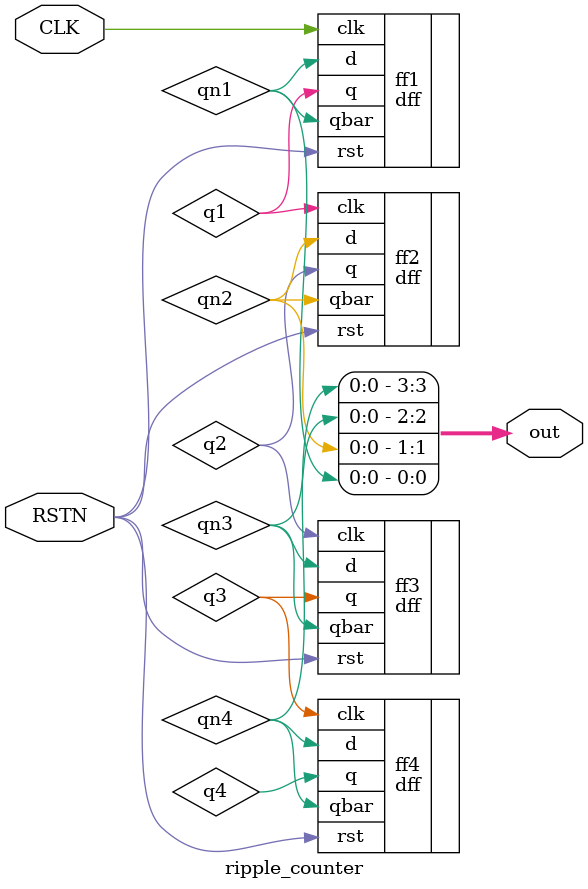
<source format=v>
module ripple_counter(CLK,RSTN,out);
input CLK,RSTN;
output [3:0]out;
wire q1,q2,q3,q4;
wire qn1,qn2,qn3,qn4;
dff ff1(.clk(CLK),.rst(RSTN),.q(q1),.qbar(qn1),.d(qn1));
dff ff2(.clk(q1),.rst(RSTN),.q(q2),.qbar(qn2),.d(qn2));
dff ff3(.clk(q2),.rst(RSTN),.q(q3),.qbar(qn3),.d(qn3));
dff ff4(.clk(q3),.rst(RSTN),.q(q4),.qbar(qn4),.d(qn4));
assign out = {qn4,qn3,qn2,qn1};
endmodule
</source>
